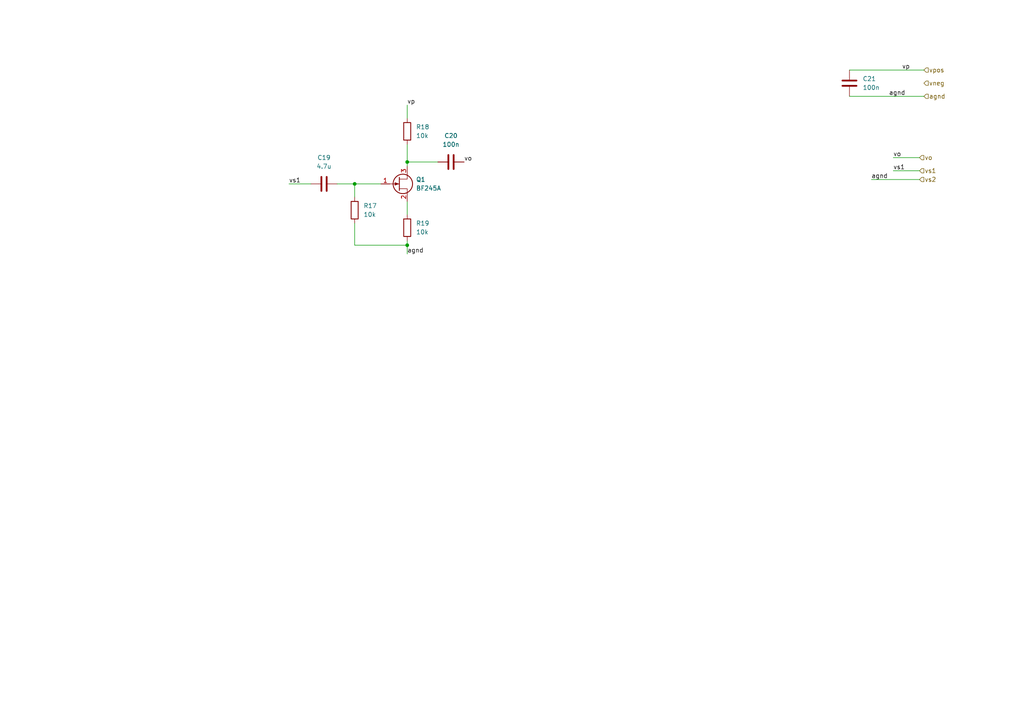
<source format=kicad_sch>
(kicad_sch (version 20250114) (generator "eeschema") (generator_version "9.0")
  (paper "A4")
  (lib_symbols
    (symbol "Device:C" (pin_numbers (hide yes)) (pin_names (offset 0.254))
      (property "Reference" "C" (at 0.635 2.54 0))
      (property "Value" "C" (at 0.635 -2.54 0))
      (symbol "C_0_1"
        (polyline (pts (xy -2.032 0.762) (xy 2.032 0.762)) (stroke (width 0.508)))
        (polyline (pts (xy -2.032 -0.762) (xy 2.032 -0.762)) (stroke (width 0.508)))
      )
      (symbol "C_1_1"
        (pin passive line (at 0 3.81 270) (length 2.794) (name "~") (number "1"))
        (pin passive line (at 0 -3.81 90) (length 2.794) (name "~") (number "2"))
      )
    )
    (symbol "Device:R" (pin_numbers (hide yes)) (pin_names (offset 0))
      (property "Reference" "R" (at 2.032 0 90))
      (property "Value" "R" (at 0 0 90))
      (symbol "R_0_1"
        (rectangle (start -1.016 -2.54) (end 1.016 2.54) (stroke (width 0.254)))
      )
      (symbol "R_1_1"
        (pin passive line (at 0 3.81 270) (length 1.27) (name "~") (number "1"))
        (pin passive line (at 0 -3.81 90) (length 1.27) (name "~") (number "2"))
      )
    )
    (symbol "Transistor_FET:BF245A" (pin_names (hide yes))
      (property "Reference" "Q" (at 5.08 1.905 0))
      (property "Value" "BF245A" (at 5.08 0 0))
      (symbol "BF245A_0_1"
        (polyline (pts (xy 0 0) (xy -1.016 0.381) (xy -1.016 -0.381) (xy 0 0)) (fill (type outline)))
        (polyline (pts (xy 0.254 1.905) (xy 0.254 -1.905)) (stroke (width 0.254)))
        (polyline (pts (xy 0.254 0) (xy -2.54 0)))
        (circle (center 1.27 0) (radius 2.8194) (stroke (width 0.254)))
        (polyline (pts (xy 2.54 2.54) (xy 2.54 1.397) (xy 0.254 1.397)))
        (polyline (pts (xy 2.54 -2.54) (xy 2.54 -1.397) (xy 0.254 -1.397)))
      )
      (symbol "BF245A_1_1"
        (pin input line (at -5.08 0 0) (length 2.54) (name "G") (number "1"))
        (pin passive line (at 2.54 5.08 270) (length 2.54) (name "D") (number "3"))
        (pin passive line (at 2.54 -5.08 90) (length 2.54) (name "S") (number "2"))
      )
    )
  )
  (junction (at 118.11 71.12))
  (junction (at 118.11 46.99))
  (junction (at 102.87 53.34))
  (wire (pts (xy 259.08 45.72) (xy 266.7 45.72)))
  (wire (pts (xy 118.11 73.66) (xy 118.11 71.12)))
  (wire (pts (xy 118.11 71.12) (xy 118.11 69.85)))
  (wire (pts (xy 252.73 52.07) (xy 266.7 52.07)))
  (wire (pts (xy 102.87 71.12) (xy 118.11 71.12)))
  (wire (pts (xy 118.11 58.42) (xy 118.11 62.23)))
  (wire (pts (xy 102.87 57.15) (xy 102.87 53.34)))
  (wire (pts (xy 118.11 46.99) (xy 118.11 48.26)))
  (wire (pts (xy 246.38 20.32) (xy 267.97 20.32)))
  (wire (pts (xy 102.87 53.34) (xy 110.49 53.34)))
  (wire (pts (xy 97.79 53.34) (xy 102.87 53.34)))
  (wire (pts (xy 118.11 41.91) (xy 118.11 46.99)))
  (wire (pts (xy 118.11 46.99) (xy 127 46.99)))
  (wire (pts (xy 259.08 49.53) (xy 266.7 49.53)))
  (wire (pts (xy 118.11 30.48) (xy 118.11 34.29)))
  (wire (pts (xy 83.82 53.34) (xy 90.17 53.34)))
  (wire (pts (xy 102.87 64.77) (xy 102.87 71.12)))
  (wire (pts (xy 246.38 27.94) (xy 267.97 27.94)))
  (label "agnd" (at 252.73 52.07 0))
  (label "agnd" (at 118.11 73.66 0))
  (label "agnd" (at 257.81 27.94 0))
  (label "vp" (at 261.62 20.32 0))
  (label "vo" (at 259.08 45.72 0))
  (label "vs1" (at 83.82 53.34 0))
  (label "vo" (at 134.62 46.99 0))
  (label "vs1" (at 259.08 49.53 0))
  (label "vp" (at 118.11 30.48 0))
  (hierarchical_label "vo" (shape input) (at 266.7 45.72 0))
  (hierarchical_label "agnd" (shape input) (at 267.97 27.94 0))
  (hierarchical_label "vpos" (shape input) (at 267.97 20.32 0))
  (hierarchical_label "vs1" (shape input) (at 266.7 49.53 0))
  (hierarchical_label "vs2" (shape input) (at 266.7 52.07 0))
  (hierarchical_label "vneg" (shape input) (at 267.97 24.13 0))
  (symbol (lib_id "Device:C") (at 246.38 24.13 180) (unit 1)
    (property "Reference" "C21" (at 250.19 22.8599 0) (effects (justify right)))
    (property "Value" "100n" (at 250.19 25.3999 0) (effects (justify right)))
    (property "Footprint" "Capacitor_SMD:C_0603_1608Metric_Pad1.08x0.95mm_HandSolder" (effects (hide yes)))
    (property "Description" "Unpolarized capacitor" (effects (hide yes)))
    (instances (project "esfgrid_ckt_Multi" (path "" (reference "C21") (unit 1)) (path "" (reference "C32") (unit 1))))
  )
  (symbol (lib_id "Device:R") (at 102.87 60.96 180) (unit 1)
    (property "Reference" "R17" (at 105.41 59.6899 0) (effects (justify right)))
    (property "Value" "10k" (at 105.41 62.2299 0) (effects (justify right)))
    (property "Footprint" "Resistor_SMD:R_0603_1608Metric_Pad0.98x0.95mm_HandSolder" (effects (hide yes)))
    (property "Description" "Resistor" (effects (hide yes)))
    (instances (project "esfgrid_ckt_Multi" (path "" (reference "R17") (unit 1)) (path "" (reference "R36") (unit 1))))
  )
  (symbol (lib_id "Device:C") (at 93.98 53.34 90) (unit 1)
    (property "Reference" "C19" (at 93.98 45.72 90))
    (property "Value" "4.7u" (at 93.98 48.26 90))
    (property "Footprint" "Capacitor_SMD:C_0603_1608Metric_Pad1.08x0.95mm_HandSolder" (effects (hide yes)))
    (property "Description" "Unpolarized capacitor" (effects (hide yes)))
    (instances (project "esfgrid_ckt_Multi" (path "" (reference "C19") (unit 1)) (path "" (reference "C30") (unit 1))))
  )
  (symbol (lib_id "Device:C") (at 130.81 46.99 90) (unit 1)
    (property "Reference" "C20" (at 130.81 39.37 90))
    (property "Value" "100n" (at 130.81 41.91 90))
    (property "Footprint" "Capacitor_SMD:C_0603_1608Metric_Pad1.08x0.95mm_HandSolder" (effects (hide yes)))
    (property "Description" "Unpolarized capacitor" (effects (hide yes)))
    (instances (project "esfgrid_ckt_Multi" (path "" (reference "C20") (unit 1)) (path "" (reference "C31") (unit 1))))
  )
  (symbol (lib_id "Transistor_FET:BF245A") (at 115.57 53.34 0) (unit 1)
    (property "Reference" "Q1" (at 120.65 52.0699 0) (effects (justify left)))
    (property "Value" "BF245A" (at 120.65 54.6099 0) (effects (justify left)))
    (property "Footprint" "Package_TO_SOT_THT:TO-92_Inline" (effects (hide yes)))
    (property "Datasheet" "https://www.onsemi.com/pub/Collateral/BF245A-D.PDF" (effects (hide yes)))
    (property "Description" "50mA Id, 30V Vgs, N-Channel FET Transistor, TO-92" (effects (hide yes)))
    (instances (project "" (path "" (reference "Q1") (unit 1)) (path "" (reference "Q2") (unit 1))))
  )
  (symbol (lib_id "Device:R") (at 118.11 66.04 180) (unit 1)
    (property "Reference" "R19" (at 120.65 64.7699 0) (effects (justify right)))
    (property "Value" "10k" (at 120.65 67.3099 0) (effects (justify right)))
    (property "Footprint" "Resistor_SMD:R_0603_1608Metric_Pad0.98x0.95mm_HandSolder" (effects (hide yes)))
    (property "Description" "Resistor" (effects (hide yes)))
    (instances (project "esfgrid_ckt_Multi" (path "" (reference "R19") (unit 1)) (path "" (reference "R38") (unit 1))))
  )
  (symbol (lib_id "Device:R") (at 118.11 38.1 180) (unit 1)
    (property "Reference" "R18" (at 120.65 36.8299 0) (effects (justify right)))
    (property "Value" "10k" (at 120.65 39.3699 0) (effects (justify right)))
    (property "Footprint" "Resistor_SMD:R_0603_1608Metric_Pad0.98x0.95mm_HandSolder" (effects (hide yes)))
    (property "Description" "Resistor" (effects (hide yes)))
    (instances (project "esfgrid_ckt_Multi" (path "" (reference "R18") (unit 1)) (path "" (reference "R37") (unit 1))))
  )
)
</source>
